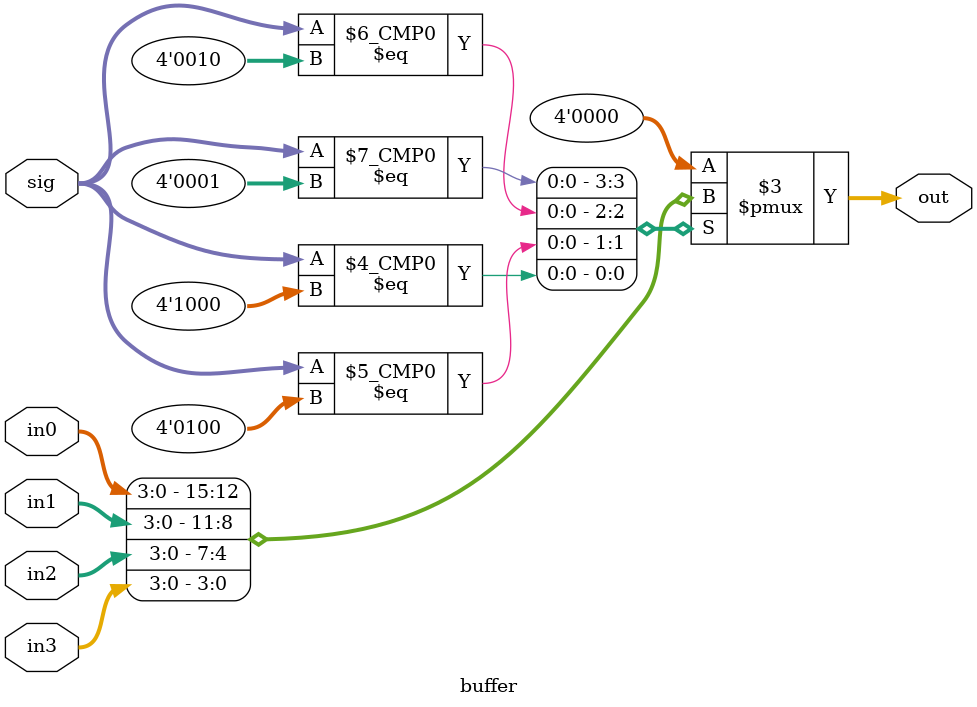
<source format=v>
`timescale 1ns / 1ps


module buffer(out,in0,in1,in2,in3,sig);
output [3:0] out;
input [3:0] in0;
input [3:0] in1;
input [3:0] in2;
input [3:0] in3;
input [3:0] sig;
reg [3:0] out;
always @ (sig or in0 or in1 or in2 or in3)begin
case(sig)
    4'b0001:out=in0;
    4'b0010:out=in1;
    4'b0100:out=in2;
    4'b1000:out=in3;
    default:out=4'b0;
endcase
end
endmodule

</source>
